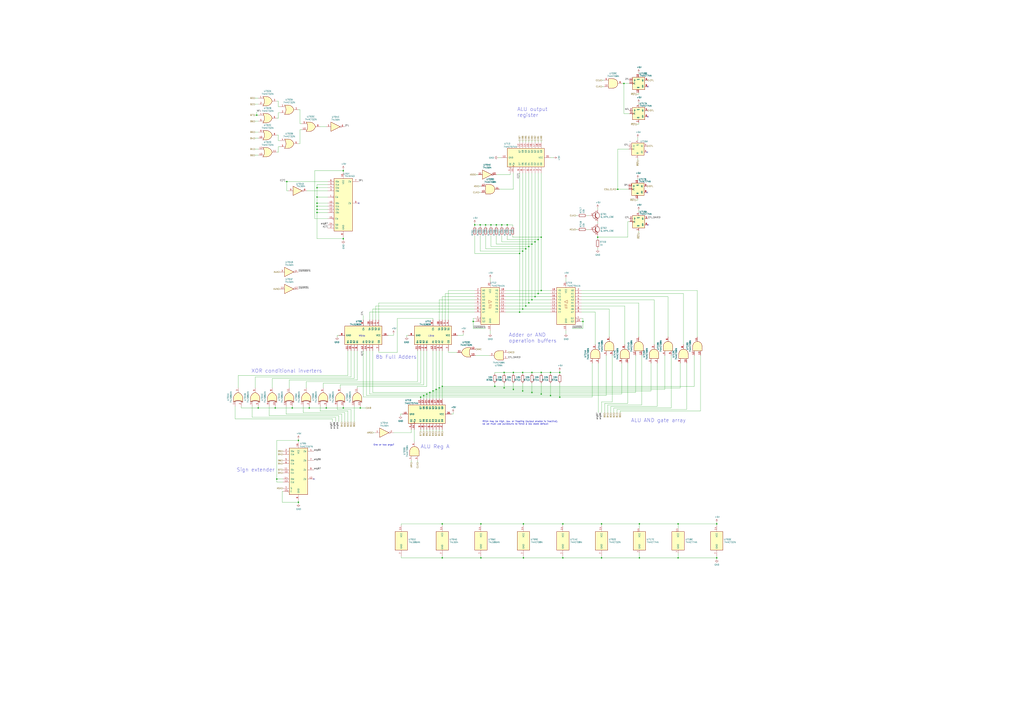
<source format=kicad_sch>
(kicad_sch (version 20211123) (generator eeschema)
  (paper "A1")
  (junction (at 444.5 323.85))
  (junction (at 421.64 306.07))
  (junction (at 525.145 458.47))
  (junction (at 490.855 194.945))
  (junction (at 588.645 458.47))
  (junction (at 295.91 335.28))
  (junction (at 434.34 248.92))
  (junction (at 525.145 430.53))
  (junction (at 394.97 430.53))
  (junction (at 254 335.28))
  (junction (at 412.115 184.785))
  (junction (at 494.03 458.47))
  (junction (at 281.94 196.215))
  (junction (at 441.96 241.3))
  (junction (at 421.64 320.04))
  (junction (at 281.94 140.335))
  (junction (at 389.89 184.785))
  (junction (at 394.97 458.47))
  (junction (at 429.895 458.47))
  (junction (at 416.56 184.785))
  (junction (at 360.68 318.77))
  (junction (at 494.03 430.53))
  (junction (at 414.02 306.07))
  (junction (at 429.26 254))
  (junction (at 439.42 243.84))
  (junction (at 414.02 318.77))
  (junction (at 235.585 149.225))
  (junction (at 358.14 320.04))
  (junction (at 240.03 335.28))
  (junction (at 556.895 458.47))
  (junction (at 226.06 335.28))
  (junction (at 260.35 161.925))
  (junction (at 478.79 264.16))
  (junction (at 431.8 251.46))
  (junction (at 426.72 256.54))
  (junction (at 512.445 68.58))
  (junction (at 267.97 335.28))
  (junction (at 260.35 172.085))
  (junction (at 444.5 238.76))
  (junction (at 436.88 200.66))
  (junction (at 462.28 458.47))
  (junction (at 429.26 321.31))
  (junction (at 350.52 323.85))
  (junction (at 459.74 306.07))
  (junction (at 281.94 335.28))
  (junction (at 212.09 335.28))
  (junction (at 459.74 326.39))
  (junction (at 426.72 208.28))
  (junction (at 260.35 169.545))
  (junction (at 462.28 430.53))
  (junction (at 436.88 306.07))
  (junction (at 436.88 246.38))
  (junction (at 403.225 184.785))
  (junction (at 355.6 321.31))
  (junction (at 452.12 325.12))
  (junction (at 439.42 198.755))
  (junction (at 260.35 174.625))
  (junction (at 353.06 322.58))
  (junction (at 260.35 167.005))
  (junction (at 431.8 204.47))
  (junction (at 398.78 184.785))
  (junction (at 436.88 322.58))
  (junction (at 394.335 184.785))
  (junction (at 452.12 306.07))
  (junction (at 556.895 430.53))
  (junction (at 347.98 325.12))
  (junction (at 363.22 317.5))
  (junction (at 588.645 430.53))
  (junction (at 441.96 196.85))
  (junction (at 345.44 326.39))
  (junction (at 388.62 264.16))
  (junction (at 363.22 458.47))
  (junction (at 434.34 202.565))
  (junction (at 227.33 393.7))
  (junction (at 245.11 412.75))
  (junction (at 507.365 155.575))
  (junction (at 429.895 430.53))
  (junction (at 363.22 430.53))
  (junction (at 429.26 206.375))
  (junction (at 210.82 94.615))
  (junction (at 407.67 184.785))
  (junction (at 260.35 154.305))
  (junction (at 444.5 194.945))
  (junction (at 406.4 317.5))
  (junction (at 429.26 306.07))
  (junction (at 245.11 361.95))
  (junction (at 444.5 306.07))
  (no_connect (at 532.13 95.885))
  (no_connect (at 532.13 71.12))
  (no_connect (at 257.81 393.7))
  (no_connect (at 532.13 184.785))
  (no_connect (at 531.495 125.095))
  (no_connect (at 294.64 167.005))
  (no_connect (at 531.495 158.115))
  (wire (pts (xy 501.65 334.01) (xy 501.65 339.09)))
  (wire (pts (xy 524.51 100.965) (xy 524.51 102.235)))
  (wire (pts (xy 240.03 334.01) (xy 240.03 335.28)))
  (wire (pts (xy 563.88 336.55) (xy 506.73 336.55)))
  (wire (pts (xy 360.68 246.38) (xy 389.89 246.38)))
  (wire (pts (xy 421.005 193.675) (xy 421.005 194.945)))
  (wire (pts (xy 245.11 412.75) (xy 245.11 411.48)))
  (wire (pts (xy 478.79 264.16) (xy 478.79 269.875)))
  (wire (pts (xy 523.875 114.935) (xy 523.875 113.03)))
  (wire (pts (xy 534.67 321.31) (xy 534.67 298.45)))
  (wire (pts (xy 281.94 335.28) (xy 295.91 335.28)))
  (wire (pts (xy 431.8 142.24) (xy 431.8 204.47)))
  (wire (pts (xy 269.24 151.765) (xy 260.35 151.765)))
  (wire (pts (xy 342.9 379.73) (xy 342.9 378.46)))
  (wire (pts (xy 251.46 318.77) (xy 251.46 313.69)))
  (wire (pts (xy 358.14 320.04) (xy 421.64 320.04)))
  (wire (pts (xy 363.22 317.5) (xy 406.4 317.5)))
  (wire (pts (xy 490.855 183.515) (xy 490.855 182.245)))
  (wire (pts (xy 394.335 186.055) (xy 394.335 184.785)))
  (wire (pts (xy 452.12 325.12) (xy 497.84 325.12)))
  (wire (pts (xy 588.645 458.47) (xy 588.645 459.74)))
  (wire (pts (xy 588.645 430.53) (xy 588.645 429.26)))
  (wire (pts (xy 228.6 120.65) (xy 229.87 120.65)))
  (wire (pts (xy 340.36 363.22) (xy 340.36 353.06)))
  (wire (pts (xy 198.12 335.28) (xy 212.09 335.28)))
  (wire (pts (xy 207.01 342.9) (xy 275.59 342.9)))
  (wire (pts (xy 254 335.28) (xy 267.97 335.28)))
  (wire (pts (xy 260.35 196.215) (xy 281.94 196.215)))
  (wire (pts (xy 260.35 172.085) (xy 260.35 174.625)))
  (wire (pts (xy 494.03 458.47) (xy 525.145 458.47)))
  (wire (pts (xy 237.49 318.77) (xy 237.49 312.42)))
  (wire (pts (xy 227.33 393.7) (xy 232.41 393.7)))
  (wire (pts (xy 231.775 412.75) (xy 245.11 412.75)))
  (wire (pts (xy 539.75 298.45) (xy 539.75 334.01)))
  (wire (pts (xy 220.98 334.01) (xy 220.98 341.63)))
  (wire (pts (xy 464.82 228.6) (xy 464.82 231.14)))
  (wire (pts (xy 398.78 204.47) (xy 431.8 204.47)))
  (wire (pts (xy 462.28 458.47) (xy 462.28 457.2)))
  (wire (pts (xy 429.26 206.375) (xy 429.26 254)))
  (wire (pts (xy 523.875 163.195) (xy 523.875 164.465)))
  (wire (pts (xy 245.11 414.02) (xy 245.11 412.75)))
  (wire (pts (xy 209.55 309.88) (xy 288.29 309.88)))
  (wire (pts (xy 462.28 458.47) (xy 494.03 458.47)))
  (wire (pts (xy 393.7 153.035) (xy 394.97 153.035)))
  (wire (pts (xy 228.6 111.125) (xy 228.6 115.57)))
  (wire (pts (xy 345.44 314.96) (xy 345.44 288.29)))
  (wire (pts (xy 588.645 430.53) (xy 588.645 431.8)))
  (wire (pts (xy 363.22 458.47) (xy 394.97 458.47)))
  (wire (pts (xy 407.67 186.055) (xy 407.67 184.785)))
  (wire (pts (xy 279.4 316.23) (xy 347.98 316.23)))
  (wire (pts (xy 462.28 430.53) (xy 494.03 430.53)))
  (wire (pts (xy 258.445 140.335) (xy 281.94 140.335)))
  (wire (pts (xy 234.95 334.01) (xy 234.95 340.36)))
  (wire (pts (xy 353.06 353.06) (xy 353.06 354.33)))
  (wire (pts (xy 524.51 191.135) (xy 524.51 189.865)))
  (wire (pts (xy 416.56 186.055) (xy 416.56 184.785)))
  (wire (pts (xy 269.24 154.305) (xy 260.35 154.305)))
  (wire (pts (xy 363.22 430.53) (xy 363.22 431.8)))
  (wire (pts (xy 279.4 318.77) (xy 279.4 316.23)))
  (wire (pts (xy 494.03 430.53) (xy 494.03 431.8)))
  (wire (pts (xy 329.565 430.53) (xy 363.22 430.53)))
  (wire (pts (xy 421.005 186.055) (xy 421.005 184.785)))
  (wire (pts (xy 414.02 318.77) (xy 558.8 318.77)))
  (wire (pts (xy 355.6 262.89) (xy 355.6 261.62)))
  (wire (pts (xy 507.365 122.555) (xy 507.365 155.575)))
  (wire (pts (xy 303.53 262.89) (xy 303.53 256.54)))
  (wire (pts (xy 527.05 332.74) (xy 499.11 332.74)))
  (wire (pts (xy 260.35 174.625) (xy 260.35 196.215)))
  (wire (pts (xy 497.84 325.12) (xy 497.84 292.1)))
  (wire (pts (xy 407.67 143.51) (xy 419.1 143.51)))
  (wire (pts (xy 402.59 228.6) (xy 402.59 231.14)))
  (wire (pts (xy 226.06 335.28) (xy 240.03 335.28)))
  (wire (pts (xy 323.215 274.32) (xy 323.215 275.59)))
  (wire (pts (xy 524.51 84.455) (xy 524.51 85.725)))
  (wire (pts (xy 415.29 238.76) (xy 444.5 238.76)))
  (wire (pts (xy 288.29 309.88) (xy 288.29 288.29)))
  (wire (pts (xy 414.02 307.34) (xy 414.02 306.07)))
  (wire (pts (xy 210.82 94.615) (xy 212.09 94.615)))
  (wire (pts (xy 368.3 289.56) (xy 368.3 288.29)))
  (wire (pts (xy 539.75 334.01) (xy 501.65 334.01)))
  (wire (pts (xy 260.35 169.545) (xy 260.35 172.085)))
  (wire (pts (xy 429.895 458.47) (xy 429.895 457.2)))
  (wire (pts (xy 246.38 106.68) (xy 247.65 106.68)))
  (wire (pts (xy 388.62 264.16) (xy 389.89 264.16)))
  (wire (pts (xy 246.38 118.11) (xy 246.38 106.68)))
  (wire (pts (xy 429.26 314.96) (xy 429.26 321.31)))
  (wire (pts (xy 363.22 458.47) (xy 363.22 457.2)))
  (wire (pts (xy 444.5 238.76) (xy 452.12 238.76)))
  (wire (pts (xy 537.21 283.21) (xy 537.21 246.38)))
  (wire (pts (xy 228.6 125.095) (xy 228.6 120.65)))
  (wire (pts (xy 436.88 200.66) (xy 436.88 246.38)))
  (wire (pts (xy 509.27 337.82) (xy 509.27 339.09)))
  (wire (pts (xy 495.935 71.12) (xy 494.665 71.12)))
  (wire (pts (xy 326.39 289.56) (xy 311.15 289.56)))
  (wire (pts (xy 415.29 248.92) (xy 434.34 248.92)))
  (wire (pts (xy 363.22 353.06) (xy 363.22 354.33)))
  (wire (pts (xy 389.89 208.28) (xy 426.72 208.28)))
  (wire (pts (xy 248.92 339.09) (xy 283.21 339.09)))
  (wire (pts (xy 375.285 289.56) (xy 368.3 289.56)))
  (wire (pts (xy 298.45 326.39) (xy 298.45 288.29)))
  (wire (pts (xy 209.55 318.77) (xy 209.55 309.88)))
  (wire (pts (xy 511.175 68.58) (xy 512.445 68.58)))
  (wire (pts (xy 388.62 261.62) (xy 388.62 264.16)))
  (wire (pts (xy 394.335 193.675) (xy 394.335 206.375)))
  (wire (pts (xy 462.28 430.53) (xy 462.28 431.8)))
  (wire (pts (xy 353.06 322.58) (xy 306.07 322.58)))
  (wire (pts (xy 389.89 184.785) (xy 389.89 183.515)))
  (wire (pts (xy 523.875 131.445) (xy 523.875 130.175)))
  (wire (pts (xy 290.83 311.15) (xy 290.83 288.29)))
  (wire (pts (xy 434.34 116.84) (xy 434.34 115.57)))
  (wire (pts (xy 421.005 194.945) (xy 444.5 194.945)))
  (wire (pts (xy 429.26 254) (xy 452.12 254)))
  (wire (pts (xy 293.37 312.42) (xy 293.37 288.29)))
  (wire (pts (xy 360.68 318.77) (xy 360.68 288.29)))
  (wire (pts (xy 234.95 340.36) (xy 280.67 340.36)))
  (wire (pts (xy 269.24 149.225) (xy 235.585 149.225)))
  (wire (pts (xy 210.82 92.075) (xy 210.82 94.615)))
  (wire (pts (xy 337.82 378.46) (xy 337.82 379.73)))
  (wire (pts (xy 416.56 184.785) (xy 412.115 184.785)))
  (wire (pts (xy 407.67 193.675) (xy 407.67 200.66)))
  (wire (pts (xy 246.38 101.6) (xy 247.65 101.6)))
  (wire (pts (xy 452.12 307.34) (xy 452.12 306.07)))
  (wire (pts (xy 402.59 271.78) (xy 402.59 274.32)))
  (wire (pts (xy 507.365 122.555) (xy 516.255 122.555)))
  (wire (pts (xy 524.51 172.72) (xy 524.51 174.625)))
  (wire (pts (xy 490.855 194.945) (xy 515.62 194.945)))
  (wire (pts (xy 303.53 323.85) (xy 303.53 288.29)))
  (wire (pts (xy 252.095 156.845) (xy 269.24 156.845)))
  (wire (pts (xy 502.92 292.1) (xy 502.92 330.2)))
  (wire (pts (xy 267.97 334.01) (xy 267.97 335.28)))
  (wire (pts (xy 499.11 332.74) (xy 499.11 339.09)))
  (wire (pts (xy 416.56 193.675) (xy 416.56 196.85)))
  (wire (pts (xy 209.55 85.725) (xy 212.09 85.725)))
  (wire (pts (xy 267.97 335.28) (xy 281.94 335.28)))
  (wire (pts (xy 439.42 142.24) (xy 439.42 198.755)))
  (wire (pts (xy 512.445 93.345) (xy 516.89 93.345)))
  (wire (pts (xy 262.89 337.82) (xy 285.75 337.82)))
  (wire (pts (xy 281.94 196.215) (xy 281.94 194.945)))
  (wire (pts (xy 415.29 243.84) (xy 439.42 243.84)))
  (wire (pts (xy 209.55 108.585) (xy 212.09 108.585)))
  (wire (pts (xy 556.895 458.47) (xy 588.645 458.47)))
  (wire (pts (xy 308.61 251.46) (xy 389.89 251.46)))
  (wire (pts (xy 355.6 321.31) (xy 355.6 288.29)))
  (wire (pts (xy 388.62 269.875) (xy 398.78 269.875)))
  (wire (pts (xy 512.445 68.58) (xy 512.445 93.345)))
  (wire (pts (xy 281.94 334.01) (xy 281.94 335.28)))
  (wire (pts (xy 563.88 298.45) (xy 563.88 336.55)))
  (wire (pts (xy 293.37 318.77) (xy 293.37 317.5)))
  (wire (pts (xy 365.76 262.89) (xy 365.76 241.3)))
  (wire (pts (xy 265.43 318.77) (xy 265.43 314.96)))
  (wire (pts (xy 491.49 298.45) (xy 491.49 339.09)))
  (wire (pts (xy 209.55 94.615) (xy 210.82 94.615)))
  (wire (pts (xy 523.24 77.47) (xy 524.51 77.47)))
  (wire (pts (xy 439.42 198.755) (xy 439.42 243.84)))
  (wire (pts (xy 368.3 262.89) (xy 368.3 238.76)))
  (wire (pts (xy 481.965 177.165) (xy 483.235 177.165)))
  (wire (pts (xy 502.92 330.2) (xy 494.03 330.2)))
  (wire (pts (xy 421.005 184.785) (xy 416.56 184.785)))
  (wire (pts (xy 419.1 143.51) (xy 419.1 142.24)))
  (wire (pts (xy 558.8 318.77) (xy 558.8 298.45)))
  (wire (pts (xy 372.11 340.36) (xy 372.11 339.09)))
  (wire (pts (xy 303.53 256.54) (xy 389.89 256.54)))
  (wire (pts (xy 572.77 276.86) (xy 572.77 238.76)))
  (wire (pts (xy 227.33 125.095) (xy 228.6 125.095)))
  (wire (pts (xy 426.72 142.24) (xy 426.72 208.28)))
  (wire (pts (xy 490.855 196.215) (xy 490.855 194.945)))
  (wire (pts (xy 358.14 327.66) (xy 358.14 320.04)))
  (wire (pts (xy 306.705 355.6) (xy 307.975 355.6)))
  (wire (pts (xy 280.67 340.36) (xy 280.67 346.71)))
  (wire (pts (xy 434.34 202.565) (xy 434.34 248.92)))
  (wire (pts (xy 444.5 306.07) (xy 436.88 306.07)))
  (wire (pts (xy 556.895 430.53) (xy 588.645 430.53)))
  (wire (pts (xy 254 334.01) (xy 254 335.28)))
  (wire (pts (xy 403.225 186.055) (xy 403.225 184.785)))
  (wire (pts (xy 306.07 262.89) (xy 306.07 254)))
  (wire (pts (xy 394.335 206.375) (xy 429.26 206.375)))
  (wire (pts (xy 363.22 430.53) (xy 394.97 430.53)))
  (wire (pts (xy 311.15 262.89) (xy 311.15 248.92)))
  (wire (pts (xy 513.08 251.46) (xy 477.52 251.46)))
  (wire (pts (xy 311.15 289.56) (xy 311.15 288.29)))
  (wire (pts (xy 363.22 243.84) (xy 389.89 243.84)))
  (wire (pts (xy 429.26 306.07) (xy 421.64 306.07)))
  (wire (pts (xy 269.24 167.005) (xy 260.35 167.005)))
  (wire (pts (xy 504.19 335.28) (xy 504.19 339.09)))
  (wire (pts (xy 330.2 340.36) (xy 328.93 340.36)))
  (wire (pts (xy 551.18 292.1) (xy 551.18 335.28)))
  (wire (pts (xy 391.16 143.51) (xy 392.43 143.51)))
  (wire (pts (xy 245.11 361.95) (xy 245.11 363.22)))
  (wire (pts (xy 283.21 339.09) (xy 283.21 346.71)))
  (wire (pts (xy 444.5 314.96) (xy 444.5 323.85)))
  (wire (pts (xy 478.79 264.16) (xy 477.52 264.16)))
  (wire (pts (xy 360.68 262.89) (xy 360.68 246.38)))
  (wire (pts (xy 350.52 327.66) (xy 350.52 323.85)))
  (wire (pts (xy 360.68 318.77) (xy 414.02 318.77)))
  (wire (pts (xy 412.115 198.755) (xy 439.42 198.755)))
  (wire (pts (xy 444.5 116.84) (xy 444.5 115.57)))
  (wire (pts (xy 207.01 334.01) (xy 207.01 342.9)))
  (wire (pts (xy 227.33 361.95) (xy 227.33 393.7)))
  (wire (pts (xy 415.29 251.46) (xy 431.8 251.46)))
  (wire (pts (xy 478.79 269.875) (xy 469.9 269.875)))
  (wire (pts (xy 335.28 275.59) (xy 334.01 275.59)))
  (wire (pts (xy 434.34 142.24) (xy 434.34 202.565)))
  (wire (pts (xy 452.12 129.54) (xy 454.66 129.54)))
  (wire (pts (xy 513.08 283.21) (xy 513.08 251.46)))
  (wire (pts (xy 414.02 314.96) (xy 414.02 318.77)))
  (wire (pts (xy 245.11 118.11) (xy 246.38 118.11)))
  (wire (pts (xy 548.64 276.86) (xy 548.64 243.84)))
  (wire (pts (xy 415.29 246.38) (xy 436.88 246.38)))
  (wire (pts (xy 556.895 430.53) (xy 556.895 434.34)))
  (wire (pts (xy 237.49 312.42) (xy 293.37 312.42)))
  (wire (pts (xy 474.345 188.595) (xy 473.075 188.595)))
  (wire (pts (xy 347.98 354.33) (xy 347.98 353.06)))
  (wire (pts (xy 488.95 283.21) (xy 488.95 256.54)))
  (wire (pts (xy 410.21 155.575) (xy 421.64 155.575)))
  (wire (pts (xy 429.895 458.47) (xy 462.28 458.47)))
  (wire (pts (xy 276.86 336.55) (xy 288.29 336.55)))
  (wire (pts (xy 235.585 149.225) (xy 234.315 149.225)))
  (wire (pts (xy 473.075 177.165) (xy 474.345 177.165)))
  (wire (pts (xy 370.84 340.36) (xy 372.11 340.36)))
  (wire (pts (xy 429.895 430.53) (xy 429.895 431.8)))
  (wire (pts (xy 398.78 184.785) (xy 398.78 186.055)))
  (wire (pts (xy 260.35 161.925) (xy 260.35 167.005)))
  (wire (pts (xy 228.6 83.185) (xy 228.6 87.63)))
  (wire (pts (xy 265.43 314.96) (xy 345.44 314.96)))
  (wire (pts (xy 281.94 197.485) (xy 281.94 196.215)))
  (wire (pts (xy 459.74 306.07) (xy 452.12 306.07)))
  (wire (pts (xy 444.5 142.24) (xy 444.5 194.945)))
  (wire (pts (xy 228.6 97.155) (xy 227.33 97.155)))
  (wire (pts (xy 389.89 193.675) (xy 389.89 208.28)))
  (wire (pts (xy 308.61 262.89) (xy 308.61 251.46)))
  (wire (pts (xy 561.34 241.3) (xy 477.52 241.3)))
  (wire (pts (xy 345.44 326.39) (xy 459.74 326.39)))
  (wire (pts (xy 260.35 167.005) (xy 260.35 169.545)))
  (wire (pts (xy 228.6 92.71) (xy 228.6 97.155)))
  (wire (pts (xy 394.97 430.53) (xy 394.97 431.8)))
  (wire (pts (xy 421.64 306.07) (xy 414.02 306.07)))
  (wire (pts (xy 522.605 164.465) (xy 523.875 164.465)))
  (wire (pts (xy 358.14 320.04) (xy 358.14 288.29)))
  (wire (pts (xy 355.6 353.06) (xy 355.6 354.33)))
  (wire (pts (xy 415.29 254) (xy 429.26 254)))
  (wire (pts (xy 431.8 115.57) (xy 431.8 116.84)))
  (wire (pts (xy 412.115 193.675) (xy 412.115 198.755)))
  (wire (pts (xy 293.37 317.5) (xy 350.52 317.5)))
  (wire (pts (xy 227.33 393.7) (xy 227.33 396.24)))
  (wire (pts (xy 436.88 116.84) (xy 436.88 115.57)))
  (wire (pts (xy 345.44 354.33) (xy 345.44 353.06)))
  (wire (pts (xy 273.05 344.17) (xy 273.05 346.71)))
  (wire (pts (xy 353.06 327.66) (xy 353.06 322.58)))
  (wire (pts (xy 429.26 321.31) (xy 534.67 321.31)))
  (wire (pts (xy 389.89 184.785) (xy 389.89 186.055)))
  (wire (pts (xy 506.095 155.575) (xy 507.365 155.575)))
  (wire (pts (xy 415.29 241.3) (xy 441.96 241.3)))
  (wire (pts (xy 444.5 323.85) (xy 510.54 323.85)))
  (wire (pts (xy 262.89 104.14) (xy 267.97 104.14)))
  (wire (pts (xy 588.645 458.47) (xy 588.645 457.2)))
  (wire (pts (xy 363.22 327.66) (xy 363.22 317.5)))
  (wire (pts (xy 572.77 238.76) (xy 477.52 238.76)))
  (wire (pts (xy 441.96 196.85) (xy 441.96 241.3)))
  (wire (pts (xy 227.33 396.24) (xy 232.41 396.24)))
  (wire (pts (xy 510.54 323.85) (xy 510.54 298.45)))
  (wire (pts (xy 245.11 360.68) (xy 245.11 361.95)))
  (wire (pts (xy 575.31 337.82) (xy 509.27 337.82)))
  (wire (pts (xy 328.93 341.63) (xy 328.93 340.36)))
  (wire (pts (xy 394.97 458.47) (xy 394.97 457.2)))
  (wire (pts (xy 406.4 314.96) (xy 406.4 317.5)))
  (wire (pts (xy 429.26 115.57) (xy 429.26 116.84)))
  (wire (pts (xy 412.115 184.785) (xy 407.67 184.785)))
  (wire (pts (xy 494.03 330.2) (xy 494.03 339.09)))
  (wire (pts (xy 345.44 326.39) (xy 298.45 326.39)))
  (wire (pts (xy 444.5 194.945) (xy 444.5 238.76)))
  (wire (pts (xy 228.6 87.63) (xy 229.87 87.63)))
  (wire (pts (xy 500.38 254) (xy 477.52 254)))
  (wire (pts (xy 269.24 179.705) (xy 258.445 179.705)))
  (wire (pts (xy 295.91 335.28) (xy 300.355 335.28)))
  (wire (pts (xy 235.585 156.845) (xy 236.855 156.845)))
  (wire (pts (xy 524.51 248.92) (xy 477.52 248.92)))
  (wire (pts (xy 329.565 430.53) (xy 329.565 431.8)))
  (wire (pts (xy 281.94 140.335) (xy 281.94 139.065)))
  (wire (pts (xy 355.6 321.31) (xy 429.26 321.31)))
  (wire (pts (xy 398.78 184.785) (xy 394.335 184.785)))
  (wire (pts (xy 198.12 334.01) (xy 198.12 335.28)))
  (wire (pts (xy 524.51 59.69) (xy 524.51 60.96)))
  (wire (pts (xy 295.91 334.01) (xy 295.91 335.28)))
  (wire (pts (xy 431.8 251.46) (xy 452.12 251.46)))
  (wire (pts (xy 329.565 458.47) (xy 363.22 458.47)))
  (wire (pts (xy 429.26 142.24) (xy 429.26 206.375)))
  (wire (pts (xy 360.68 353.06) (xy 360.68 354.33)))
  (wire (pts (xy 523.875 146.685) (xy 523.875 147.955)))
  (wire (pts (xy 228.6 83.185) (xy 227.33 83.185)))
  (wire (pts (xy 429.26 307.34) (xy 429.26 306.07)))
  (wire (pts (xy 459.74 307.34) (xy 459.74 306.07)))
  (wire (pts (xy 195.58 308.61) (xy 285.75 308.61)))
  (wire (pts (xy 436.88 314.96) (xy 436.88 322.58)))
  (wire (pts (xy 434.34 248.92) (xy 452.12 248.92)))
  (wire (pts (xy 478.79 261.62) (xy 478.79 264.16)))
  (wire (pts (xy 226.06 334.01) (xy 226.06 335.28)))
  (wire (pts (xy 524.51 76.2) (xy 524.51 77.47)))
  (wire (pts (xy 414.02 306.07) (xy 406.4 306.07)))
  (wire (pts (xy 245.11 90.17) (xy 246.38 90.17)))
  (wire (pts (xy 223.52 318.77) (xy 223.52 311.15)))
  (wire (pts (xy 551.18 335.28) (xy 504.19 335.28)))
  (wire (pts (xy 575.31 292.1) (xy 575.31 337.82)))
  (wire (pts (xy 260.35 151.765) (xy 260.35 154.305)))
  (wire (pts (xy 285.75 308.61) (xy 285.75 288.29)))
  (wire (pts (xy 269.24 161.925) (xy 260.35 161.925)))
  (wire (pts (xy 421.64 306.07) (xy 421.64 307.34)))
  (wire (pts (xy 516.89 68.58) (xy 512.445 68.58)))
  (wire (pts (xy 407.67 200.66) (xy 436.88 200.66)))
  (wire (pts (xy 524.51 276.86) (xy 524.51 248.92)))
  (wire (pts (xy 285.75 337.82) (xy 285.75 346.71)))
  (wire (pts (xy 521.97 322.58) (xy 521.97 292.1)))
  (wire (pts (xy 193.04 344.17) (xy 273.05 344.17)))
  (wire (pts (xy 231.775 403.86) (xy 231.775 412.75)))
  (wire (pts (xy 275.59 342.9) (xy 275.59 346.71)))
  (wire (pts (xy 306.07 322.58) (xy 306.07 288.29)))
  (wire (pts (xy 229.87 92.71) (xy 228.6 92.71)))
  (wire (pts (xy 390.525 292.1) (xy 401.955 292.1)))
  (wire (pts (xy 350.52 323.85) (xy 303.53 323.85)))
  (wire (pts (xy 365.76 241.3) (xy 389.89 241.3)))
  (wire (pts (xy 380.365 274.32) (xy 380.365 275.59)))
  (wire (pts (xy 269.24 172.085) (xy 260.35 172.085)))
  (wire (pts (xy 570.23 317.5) (xy 570.23 292.1)))
  (wire (pts (xy 421.64 320.04) (xy 546.1 320.04)))
  (wire (pts (xy 262.89 334.01) (xy 262.89 337.82)))
  (wire (pts (xy 406.4 317.5) (xy 570.23 317.5)))
  (wire (pts (xy 436.88 142.24) (xy 436.88 200.66)))
  (wire (pts (xy 486.41 326.39) (xy 486.41 298.45)))
  (wire (pts (xy 306.07 254) (xy 389.89 254)))
  (wire (pts (xy 394.97 458.47) (xy 429.895 458.47)))
  (wire (pts (xy 353.06 322.58) (xy 436.88 322.58)))
  (wire (pts (xy 548.64 243.84) (xy 477.52 243.84)))
  (wire (pts (xy 300.99 325.12) (xy 300.99 288.29)))
  (wire (pts (xy 288.29 336.55) (xy 288.29 346.71)))
  (wire (pts (xy 388.62 269.875) (xy 388.62 264.16)))
  (wire (pts (xy 212.09 335.28) (xy 226.06 335.28)))
  (wire (pts (xy 355.6 327.66) (xy 355.6 321.31)))
  (wire (pts (xy 347.98 325.12) (xy 300.99 325.12)))
  (wire (pts (xy 363.22 262.89) (xy 363.22 243.84)))
  (wire (pts (xy 426.72 208.28) (xy 426.72 256.54)))
  (wire (pts (xy 525.145 430.53) (xy 556.895 430.53)))
  (wire (pts (xy 246.38 90.17) (xy 246.38 101.6)))
  (wire (pts (xy 452.12 314.96) (xy 452.12 325.12)))
  (wire (pts (xy 515.62 331.47) (xy 496.57 331.47)))
  (wire (pts (xy 209.55 113.665) (xy 212.09 113.665)))
  (wire (pts (xy 323.215 355.6) (xy 337.82 355.6)))
  (wire (pts (xy 412.115 186.055) (xy 412.115 184.785)))
  (wire (pts (xy 459.74 306.07) (xy 459.74 304.8)))
  (wire (pts (xy 459.74 314.96) (xy 459.74 326.39)))
  (wire (pts (xy 546.1 320.04) (xy 546.1 292.1)))
  (wire (pts (xy 429.895 430.53) (xy 462.28 430.53)))
  (wire (pts (xy 347.98 316.23) (xy 347.98 288.29)))
  (wire (pts (xy 403.225 184.785) (xy 407.67 184.785)))
  (wire (pts (xy 360.68 327.66) (xy 360.68 318.77)))
  (wire (pts (xy 403.225 202.565) (xy 434.34 202.565)))
  (wire (pts (xy 223.52 311.15) (xy 290.83 311.15)))
  (wire (pts (xy 506.73 336.55) (xy 506.73 339.09)))
  (wire (pts (xy 358.14 353.06) (xy 358.14 354.33)))
  (wire (pts (xy 228.6 115.57) (xy 229.87 115.57)))
  (wire (pts (xy 507.365 155.575) (xy 516.255 155.575)))
  (wire (pts (xy 515.62 182.245) (xy 516.89 182.245)))
  (wire (pts (xy 248.92 334.01) (xy 248.92 339.09)))
  (wire (pts (xy 441.96 142.24) (xy 441.96 196.85)))
  (wire (pts (xy 444.5 307.34) (xy 444.5 306.07)))
  (wire (pts (xy 494.03 430.53) (xy 525.145 430.53)))
  (wire (pts (xy 232.41 403.86) (xy 231.775 403.86)))
  (wire (pts (xy 515.62 194.945) (xy 515.62 182.245)))
  (wire (pts (xy 436.88 306.07) (xy 429.26 306.07)))
  (wire (pts (xy 436.88 246.38) (xy 452.12 246.38)))
  (wire (pts (xy 537.21 246.38) (xy 477.52 246.38)))
  (wire (pts (xy 403.225 184.785) (xy 398.78 184.785)))
  (wire (pts (xy 276.86 334.01) (xy 276.86 336.55)))
  (wire (pts (xy 527.05 292.1) (xy 527.05 332.74)))
  (wire (pts (xy 318.77 275.59) (xy 323.215 275.59)))
  (wire (pts (xy 258.445 179.705) (xy 258.445 140.335)))
  (wire (pts (xy 209.55 122.555) (xy 212.09 122.555)))
  (wire (pts (xy 426.72 256.54) (xy 452.12 256.54)))
  (wire (pts (xy 251.46 313.69) (xy 342.9 313.69)))
  (wire (pts (xy 311.15 248.92) (xy 389.89 248.92)))
  (wire (pts (xy 278.13 341.63) (xy 278.13 346.71)))
  (wire (pts (xy 227.33 111.125) (xy 228.6 111.125)))
  (wire (pts (xy 298.45 262.89) (xy 298.45 259.08)))
  (wire (pts (xy 290.83 334.01) (xy 290.83 346.71)))
  (wire (pts (xy 368.3 238.76) (xy 389.89 238.76)))
  (wire (pts (xy 494.03 458.47) (xy 494.03 457.2)))
  (wire (pts (xy 408.94 129.54) (xy 411.48 129.54)))
  (wire (pts (xy 561.34 283.21) (xy 561.34 241.3)))
  (wire (pts (xy 525.145 430.53) (xy 525.145 434.34)))
  (wire (pts (xy 209.55 99.695) (xy 212.09 99.695)))
  (wire (pts (xy 212.09 334.01) (xy 212.09 335.28)))
  (wire (pts (xy 441.96 241.3) (xy 452.12 241.3)))
  (wire (pts (xy 329.565 458.47) (xy 329.565 457.2)))
  (wire (pts (xy 494.665 66.04) (xy 495.935 66.04)))
  (wire (pts (xy 337.82 353.06) (xy 337.82 355.6)))
  (wire (pts (xy 394.335 184.785) (xy 389.89 184.785)))
  (wire (pts (xy 342.9 313.69) (xy 342.9 288.29)))
  (wire (pts (xy 375.92 275.59) (xy 380.365 275.59)))
  (wire (pts (xy 195.58 318.77) (xy 195.58 308.61)))
  (wire (pts (xy 334.01 275.59) (xy 334.01 276.86)))
  (wire (pts (xy 556.895 454.66) (xy 556.895 458.47)))
  (wire (pts (xy 260.35 154.305) (xy 260.35 161.925)))
  (wire (pts (xy 398.78 193.675) (xy 398.78 204.47)))
  (wire (pts (xy 209.55 80.645) (xy 212.09 80.645)))
  (wire (pts (xy 464.82 271.78) (xy 464.82 274.32)))
  (wire (pts (xy 415.29 256.54) (xy 426.72 256.54)))
  (wire (pts (xy 452.12 306.07) (xy 444.5 306.07)))
  (wire (pts (xy 389.89 261.62) (xy 388.62 261.62)))
  (wire (pts (xy 276.86 275.59) (xy 276.86 276.86)))
  (wire (pts (xy 281.94 140.335) (xy 281.94 141.605)))
  (wire (pts (xy 240.03 335.28) (xy 254 335.28)))
  (wire (pts (xy 350.52 317.5) (xy 350.52 288.29)))
  (wire (pts (xy 345.44 327.66) (xy 345.44 326.39)))
  (wire (pts (xy 347.98 325.12) (xy 452.12 325.12)))
  (wire (pts (xy 459.74 326.39) (xy 486.41 326.39)))
  (wire (pts (xy 421.64 155.575) (xy 421.64 142.24)))
  (wire (pts (xy 235.585 156.845) (xy 235.585 149.225)))
  (wire (pts (xy 416.56 196.85) (xy 441.96 196.85)))
  (wire (pts (xy 350.52 323.85) (xy 444.5 323.85)))
  (wire (pts (xy 496.57 331.47) (xy 496.57 339.09)))
  (wire (pts (xy 525.145 458.47) (xy 556.895 458.47)))
  (wire (pts (xy 278.13 275.59) (xy 276.86 275.59)))
  (wire (pts (xy 441.96 116.84) (xy 441.96 115.57)))
  (wire (pts (xy 355.6 261.62) (xy 326.39 261.62)))
  (wire (pts (xy 525.145 454.66) (xy 525.145 458.47)))
  (wire (pts (xy 500.38 276.86) (xy 500.38 254)))
  (wire (pts (xy 394.97 430.53) (xy 429.895 430.53)))
  (wire (pts (xy 347.98 327.66) (xy 347.98 325.12)))
  (wire (pts (xy 426.72 115.57) (xy 426.72 116.84)))
  (wire (pts (xy 326.39 261.62) (xy 326.39 289.56)))
  (wire (pts (xy 477.52 261.62) (xy 478.79 261.62)))
  (wire (pts (xy 245.11 361.95) (xy 227.33 361.95)))
  (wire (pts (xy 439.42 116.84) (xy 439.42 115.57)))
  (wire (pts (xy 488.95 256.54) (xy 477.52 256.54)))
  (wire (pts (xy 431.8 204.47) (xy 431.8 251.46)))
  (wire (pts (xy 269.24 169.545) (xy 260.35 169.545)))
  (wire (pts (xy 439.42 243.84) (xy 452.12 243.84)))
  (wire (pts (xy 350.52 354.33) (xy 350.52 353.06)))
  (wire (pts (xy 421.64 314.96) (xy 421.64 320.04)))
  (wire (pts (xy 515.62 298.45) (xy 515.62 331.47)))
  (wire (pts (xy 436.88 322.58) (xy 521.97 322.58)))
  (wire (pts (xy 481.965 188.595) (xy 483.235 188.595)))
  (wire (pts (xy 490.855 205.105) (xy 490.855 203.835)))
  (wire (pts (xy 490.855 194.945) (xy 490.855 193.675)))
  (wire (pts (xy 403.225 193.675) (xy 403.225 202.565)))
  (wire (pts (xy 394.97 158.115) (xy 393.7 158.115)))
  (wire (pts (xy 523.24 102.235) (xy 524.51 102.235)))
  (wire (pts (xy 269.24 174.625) (xy 260.35 174.625)))
  (wire (pts (xy 406.4 306.07) (xy 406.4 307.34)))
  (wire (pts (xy 220.98 341.63) (xy 278.13 341.63)))
  (wire (pts (xy 209.55 127.635) (xy 212.09 127.635)))
  (wire (pts (xy 193.04 334.01) (xy 193.04 344.17)))
  (wire (pts (xy 363.22 317.5) (xy 363.22 288.29)))
  (wire (pts (xy 436.88 307.34) (xy 436.88 306.07)))
  (wire (pts (xy 490.855 170.815) (xy 490.855 172.085)))
  (text "REGA may be high, low, or floating (output enable is inactive), \nso we must use pulldowns to force a low state default" (at 396.24 349.25 0) (effects (font (size 1.27 1.27)) (justify left bottom)))
  (text "8b Full Adders" (at 308.61 295.275 0) (effects (font (size 2.9972 2.9972)) (justify left bottom)))
  (text "Adder or AND\noperation buffers" (at 417.83 281.94 0) (effects (font (size 2.9972 2.9972)) (justify left bottom)))
  (text "ALU output\nregister" (at 424.815 96.52 0) (effects (font (size 2.9972 2.9972)) (justify left bottom)))
  (text "ALU AND gate array" (at 563.245 347.345 180) (effects (font (size 2.9972 2.9972)) (justify right bottom)))
  (text "MS4b\n" (at 294.64 276.86 0) (effects (font (size 1.27 1.27)) (justify left bottom)))
  (text "XOR conditional inverters" (at 206.375 306.705 0) (effects (font (size 2.9972 2.9972)) (justify left bottom)))
  (text "LS4b\n" (at 351.79 276.86 0) (effects (font (size 1.27 1.27)) (justify left bottom)))
  (text "Sign extender" (at 194.31 387.985 0) (effects (font (size 2.9972 2.9972)) (justify left bottom)))
  (text "One or two args?" (at 306.705 366.395 0) (effects (font (size 1.27 1.27)) (justify left bottom)))
  (text "ALU Reg A" (at 345.44 368.935 0) (effects (font (size 2.9972 2.9972)) (justify left bottom)))
  (label "C[7]" (at 234.315 149.225 180))
  (label "OFL" (at 516.255 153.035 180))
  (label "~{UseAdders}" (at 398.78 269.875 180))
  (label "ZFL" (at 283.21 104.14 0))
  (label "A[7]" (at 298.45 288.29 270))
  (label "CFL" (at 516.89 179.705 180))
  (label "C[7]" (at 426.72 142.24 270))
  (label "CFL_SAVED" (at 532.13 179.705 0))
  (label "argB6" (at 494.03 339.09 270))
  (label "argB6" (at 257.81 378.46 0))
  (label "argB7" (at 273.05 346.71 270))
  (label "NFL" (at 210.82 92.075 0))
  (label "ZFL" (at 516.89 66.04 180))
  (label "~{UseANDs}" (at 469.9 269.875 0))
  (label "OFL" (at 294.64 149.225 0))
  (label "argB7" (at 269.24 184.785 180))
  (label "argB7" (at 491.49 339.09 270))
  (label "CFL_SAVED" (at 417.195 294.64 0))
  (label "A[7]" (at 269.24 187.325 180))
  (label "argB5" (at 278.13 346.71 270))
  (label "~{UseANDs}" (at 245.11 237.49 0))
  (label "~{UseAdders}" (at 245.11 223.52 0))
  (label "argB6" (at 275.59 346.71 270))
  (label "argB7" (at 257.81 386.08 0))
  (label "CFL" (at 516.255 120.015 180))
  (label "NFL" (at 516.89 90.805 180))
  (label "CFL" (at 298.45 259.08 90))
  (label "argB5" (at 257.81 370.84 0))
  (hierarchical_label "ASI" (shape input) (at 393.7 153.035 180))
  (hierarchical_label "CLK" (shape input) (at 473.075 177.165 180))
  (hierarchical_label "B5" (shape input) (at 232.41 370.84 180))
  (hierarchical_label "B5" (shape output) (at 431.8 115.57 90))
  (hierarchical_label "B4" (shape input) (at 232.41 388.62 180))
  (hierarchical_label "CSU_CLK" (shape input) (at 506.095 155.575 180))
  (hierarchical_label "AUA" (shape input) (at 229.87 223.52 180))
  (hierarchical_label "B3" (shape input) (at 209.55 80.645 180))
  (hierarchical_label "B7" (shape input) (at 232.41 386.08 180))
  (hierarchical_label "AIB" (shape input) (at 300.355 335.28 0))
  (hierarchical_label "B6" (shape input) (at 232.41 378.46 180))
  (hierarchical_label "B6" (shape output) (at 429.26 115.57 90))
  (hierarchical_label "B7" (shape input) (at 209.55 94.615 180))
  (hierarchical_label "B7" (shape input) (at 345.44 354.33 270))
  (hierarchical_label "CCU" (shape input) (at 494.665 66.04 180))
  (hierarchical_label "B1" (shape output) (at 441.96 115.57 90))
  (hierarchical_label "B6" (shape input) (at 209.55 99.695 180))
  (hierarchical_label "ASX" (shape input) (at 232.41 401.32 180))
  (hierarchical_label "~{RST}" (shape input) (at 524.51 191.135 270))
  (hierarchical_label "B4" (shape input) (at 353.06 354.33 270))
  (hierarchical_label "B1" (shape input) (at 288.29 346.71 270))
  (hierarchical_label "CFL" (shape output) (at 531.495 120.015 0))
  (hierarchical_label "AAC" (shape input) (at 390.525 287.02 0))
  (hierarchical_label "B4" (shape input) (at 232.41 373.38 180))
  (hierarchical_label "CLK" (shape input) (at 342.9 379.73 270))
  (hierarchical_label "B3" (shape output) (at 436.88 115.57 90))
  (hierarchical_label "B0" (shape input) (at 363.22 354.33 270))
  (hierarchical_label "CLK" (shape input) (at 393.7 158.115 180))
  (hierarchical_label "B3" (shape input) (at 501.65 339.09 270))
  (hierarchical_label "OFL" (shape output) (at 531.495 153.035 0))
  (hierarchical_label "B0" (shape input) (at 290.83 346.71 270))
  (hierarchical_label "B0" (shape output) (at 444.5 115.57 90))
  (hierarchical_label "B4" (shape input) (at 209.55 113.665 180))
  (hierarchical_label "SFL" (shape output) (at 532.13 90.805 0))
  (hierarchical_label "~{RST}" (shape input) (at 523.24 77.47 180))
  (hierarchical_label "B2" (shape input) (at 504.19 339.09 270))
  (hierarchical_label "B5" (shape input) (at 209.55 108.585 180))
  (hierarchical_label "B0" (shape input) (at 509.27 339.09 270))
  (hierarchical_label "AUN" (shape input) (at 229.87 237.49 180))
  (hierarchical_label "ARO" (shape input) (at 306.705 355.6 180))
  (hierarchical_label "ACU" (shape input) (at 473.075 188.595 180))
  (hierarchical_label "ZFL" (shape output) (at 532.13 66.04 0))
  (hierarchical_label "B1" (shape input) (at 360.68 354.33 270))
  (hierarchical_label "B4" (shape input) (at 232.41 381 180))
  (hierarchical_label "ACO" (shape input) (at 417.195 289.56 0))
  (hierarchical_label "~{RST}" (shape input) (at 522.605 164.465 180))
  (hierarchical_label "B4" (shape output) (at 434.34 115.57 90))
  (hierarchical_label "ARI" (shape input) (at 337.82 379.73 270))
  (hierarchical_label "B1" (shape input) (at 209.55 122.555 180))
  (hierarchical_label "B5" (shape input) (at 350.52 354.33 270))
  (hierarchical_label "CLK" (shape input) (at 494.665 71.12 180))
  (hierarchical_label "B6" (shape input) (at 347.98 354.33 270))
  (hierarchical_label "B2" (shape input) (at 209.55 85.725 180))
  (hierarchical_label "~{RST}" (shape input) (at 523.875 131.445 270))
  (hierarchical_label "B3" (shape input) (at 355.6 354.33 270))
  (hierarchical_label "B4" (shape input) (at 499.11 339.09 270))
  (hierarchical_label "B0" (shape input) (at 209.55 127.635 180))
  (hierarchical_label "B4" (shape input) (at 280.67 346.71 270))
  (hierarchical_label "B3" (shape input) (at 283.21 346.71 270))
  (hierarchical_label "B2" (shape input) (at 358.14 354.33 270))
  (hierarchical_label "B7" (shape output) (at 426.72 115.57 90))
  (hierarchical_label "~{RST}" (shape input) (at 523.24 102.235 180))
  (hierarchical_label "B2" (shape output) (at 439.42 115.57 90))
  (hierarchical_label "B5" (shape input) (at 496.57 339.09 270))
  (hierarchical_label "B2" (shape input) (at 285.75 346.71 270))
  (hierarchical_label "B1" (shape input) (at 506.73 339.09 270))
  (hierarchical_label "ASO" (shape input) (at 391.16 143.51 180))
  (symbol (lib_id "Breadboard_CPU-rescue:GND-power") (at 402.59 274.32 0) (unit 1)
    (property "Reference" "#PWR0713" (effects hide))
    (property "Value" "GND" (at 402.717 278.7142 0))
  )
  (symbol (lib_id "Breadboard_CPU-rescue:GND-power") (at 464.82 274.32 0) (unit 1)
    (property "Reference" "#PWR0718" (effects hide))
    (property "Value" "GND" (at 464.947 278.7142 0))
  )
  (symbol (lib_id "Breadboard_CPU-rescue:GND-power") (at 408.94 129.54 270) (unit 1)
    (property "Reference" "#PWR0714" (effects hide))
    (property "Value" "GND" (at 405.6888 129.667 90) (effects (justify right)))
  )
  (symbol (lib_id "Breadboard_CPU-rescue:74LS74-74xx") (at 523.875 155.575 0) (unit 2)
    (property "Reference" "U717" (at 527.685 147.32 0))
    (property "Value" "74HCT74N" (at 529.59 149.225 0))
    (property "Datasheet" "74xx/74hc_hct74.pdf" (effects hide))
  )
  (symbol (lib_id "Breadboard_CPU-rescue:74LS74-74xx") (at 524.51 93.345 0) (unit 1)
    (property "Reference" "U717" (at 528.32 85.09 0))
    (property "Value" "74HCT74N" (at 530.225 86.995 0))
    (property "Datasheet" "74xx/74hc_hct74.pdf" (effects hide))
  )
  (symbol (lib_id "Breadboard_CPU-rescue:74LS74-74xx") (at 525.145 444.5 0) (unit 3)
    (property "Reference" "U717" (at 530.987 443.3316 0) (effects (justify left)))
    (property "Value" "74HCT74N" (at 530.987 445.643 0) (effects (justify left)))
    (property "Datasheet" "74xx/74hc_hct74.pdf" (effects hide))
  )
  (symbol (lib_id "Breadboard_CPU-rescue:74LS74-74xx") (at 524.51 68.58 0) (unit 2)
    (property "Reference" "U718" (at 528.32 60.325 0))
    (property "Value" "74HCT74N" (at 530.225 62.23 0))
    (property "Datasheet" "74xx/74hc_hct74.pdf" (effects hide))
  )
  (symbol (lib_id "Breadboard_CPU-rescue:74LS74-74xx") (at 524.51 182.245 0) (unit 1)
    (property "Reference" "U718" (at 528.32 173.99 0))
    (property "Value" "74HCT74N" (at 530.225 175.895 0))
    (property "Datasheet" "74xx/74hc_hct74.pdf" (effects hide))
  )
  (symbol (lib_id "Breadboard_CPU-rescue:74LS74-74xx") (at 556.895 444.5 0) (unit 3)
    (property "Reference" "U718" (at 562.737 443.3316 0) (effects (justify left)))
    (property "Value" "74HCT74N" (at 562.737 445.643 0) (effects (justify left)))
    (property "Datasheet" "74xx/74hc_hct74.pdf" (effects hide))
  )
  (symbol (lib_id "Breadboard_CPU-rescue:74LS32-74xx") (at 382.905 289.56 0) (mirror y) (unit 4)
    (property "Reference" "U703" (at 382.905 281.305 0))
    (property "Value" "74HCT32N" (at 382.905 283.6164 0))
    (property "Datasheet" "http://www.ti.com/lit/gpn/sn74LS32" (effects hide))
  )
  (symbol (lib_id "Breadboard_CPU-rescue:R-Device") (at 459.74 311.15 180) (unit 1)
    (property "Reference" "R716" (at 457.962 312.3184 0) (effects (justify left)))
    (property "Value" "10k" (at 457.962 310.007 0) (effects (justify left)))
  )
  (symbol (lib_id "Breadboard_CPU-rescue:R-Device") (at 452.12 311.15 180) (unit 1)
    (property "Reference" "R715" (at 450.342 312.3184 0) (effects (justify left)))
    (property "Value" "10k" (at 450.342 310.007 0) (effects (justify left)))
  )
  (symbol (lib_id "Breadboard_CPU-rescue:R-Device") (at 444.5 311.15 180) (unit 1)
    (property "Reference" "R714" (at 442.722 312.3184 0) (effects (justify left)))
    (property "Value" "10k" (at 442.722 310.007 0) (effects (justify left)))
  )
  (symbol (lib_id "Breadboard_CPU-rescue:R-Device") (at 436.88 311.15 180) (unit 1)
    (property "Reference" "R713" (at 435.102 312.3184 0) (effects (justify left)))
    (property "Value" "10k" (at 435.102 310.007 0) (effects (justify left)))
  )
  (symbol (lib_id "Breadboard_CPU-rescue:R-Device") (at 429.26 311.15 180) (unit 1)
    (property "Reference" "R712" (at 427.482 312.3184 0) (effects (justify left)))
    (property "Value" "10k" (at 427.482 310.007 0) (effects (justify left)))
  )
  (symbol (lib_id "Breadboard_CPU-rescue:R-Device") (at 421.64 311.15 180) (unit 1)
    (property "Reference" "R711" (at 419.862 312.3184 0) (effects (justify left)))
    (property "Value" "10k" (at 419.862 310.007 0) (effects (justify left)))
  )
  (symbol (lib_id "Breadboard_CPU-rescue:R-Device") (at 414.02 311.15 180) (unit 1)
    (property "Reference" "R708" (at 412.242 312.3184 0) (effects (justify left)))
    (property "Value" "10k" (at 412.242 310.007 0) (effects (justify left)))
  )
  (symbol (lib_id "Breadboard_CPU-rescue:R-Device") (at 406.4 311.15 180) (unit 1)
    (property "Reference" "R705" (at 404.622 312.3184 0) (effects (justify left)))
    (property "Value" "10k" (at 404.622 310.007 0) (effects (justify left)))
  )
  (symbol (lib_id "Breadboard_CPU-rescue:74LS04-74xx") (at 315.595 355.6 0) (unit 1)
    (property "Reference" "U704" (at 315.595 347.5482 0))
    (property "Value" "74LS04" (at 315.595 349.8596 0))
    (property "Datasheet" "http://www.ti.com/lit/gpn/sn74LS04" (effects hide))
  )
  (symbol (lib_id "Breadboard_CPU-rescue:74LS04-74xx") (at 237.49 223.52 0) (unit 2)
    (property "Reference" "U704" (at 237.49 215.4682 0))
    (property "Value" "74LS04" (at 237.49 217.7796 0))
    (property "Datasheet" "http://www.ti.com/lit/gpn/sn74LS04" (effects hide))
  )
  (symbol (lib_id "Breadboard_CPU-rescue:74LS04-74xx") (at 275.59 104.14 0) (unit 3)
    (property "Reference" "U704" (at 275.59 96.0882 0))
    (property "Value" "74LS04" (at 275.59 98.3996 0))
    (property "Datasheet" "http://www.ti.com/lit/gpn/sn74LS04" (effects hide))
  )
  (symbol (lib_id "Breadboard_CPU-rescue:74LS04-74xx") (at 244.475 156.845 0) (unit 4)
    (property "Reference" "U704" (at 246.38 151.13 0))
    (property "Value" "74LS04" (at 247.015 153.035 0))
    (property "Datasheet" "http://www.ti.com/lit/gpn/sn74LS04" (effects hide))
  )
  (symbol (lib_id "Breadboard_CPU-rescue:74LS04-74xx") (at 363.22 444.5 0) (unit 7)
    (property "Reference" "U704" (at 369.062 443.3316 0) (effects (justify left)))
    (property "Value" "74LS04" (at 369.062 445.643 0) (effects (justify left)))
    (property "Datasheet" "http://www.ti.com/lit/gpn/sn74LS04" (effects hide))
  )
  (symbol (lib_id "Breadboard_CPU-rescue:Q_NPN_CBE-Device") (at 488.315 177.165 0) (unit 1)
    (property "Reference" "Q701" (at 493.1664 175.9966 0) (effects (justify left)))
    (property "Value" "Q_NPN_CBE" (at 493.1664 178.308 0) (effects (justify left)))
  )
  (symbol (lib_id "Breadboard_CPU-rescue:Q_NPN_CBE-Device") (at 488.315 188.595 0) (unit 1)
    (property "Reference" "Q702" (at 493.1664 187.4266 0) (effects (justify left)))
    (property "Value" "Q_NPN_CBE" (at 493.1664 189.738 0) (effects (justify left)))
  )
  (symbol (lib_id "Breadboard_CPU-rescue:R-Device") (at 490.855 200.025 0) (unit 1)
    (property "Reference" "R719" (at 492.633 198.8566 0) (effects (justify left)))
    (property "Value" "1k" (at 492.633 201.168 0) (effects (justify left)))
  )
  (symbol (lib_id "Breadboard_CPU-rescue:R-Device") (at 478.155 188.595 90) (unit 1)
    (property "Reference" "R718" (at 476.9866 186.817 0) (effects (justify left)))
    (property "Value" "10k" (at 479.298 186.817 0) (effects (justify left)))
  )
  (symbol (lib_id "Breadboard_CPU-rescue:R-Device") (at 478.155 177.165 90) (unit 1)
    (property "Reference" "R717" (at 476.9866 175.387 0) (effects (justify left)))
    (property "Value" "10k" (at 479.298 175.387 0) (effects (justify left)))
  )
  (symbol (lib_id "Breadboard_CPU-rescue:74LS157-74xx") (at 245.11 386.08 0) (unit 1)
    (property "Reference" "U705" (at 248.92 364.49 0))
    (property "Value" "74HCT157N" (at 251.46 367.03 0))
    (property "Datasheet" "http://www.ti.com/lit/gpn/sn74LS157" (effects hide))
  )
  (symbol (lib_id "Breadboard_CPU-rescue:GND-power") (at 490.855 205.105 0) (unit 1)
    (property "Reference" "#PWR0720" (effects hide))
    (property "Value" "GND" (at 490.982 209.4992 0))
  )
  (symbol (lib_id "Breadboard_CPU-rescue:74LS32-74xx") (at 219.71 83.185 0) (unit 1)
    (property "Reference" "U702" (at 219.71 74.93 0))
    (property "Value" "74HCT32N" (at 219.71 77.2414 0))
    (property "Datasheet" "http://www.ti.com/lit/gpn/sn74LS32" (effects hide))
  )
  (symbol (lib_id "Breadboard_CPU-rescue:74LS32-74xx") (at 219.71 97.155 0) (unit 2)
    (property "Reference" "U702" (at 219.71 88.9 0))
    (property "Value" "74HCT32N" (at 219.71 91.2114 0))
    (property "Datasheet" "http://www.ti.com/lit/gpn/sn74LS32" (effects hide))
  )
  (symbol (lib_id "Breadboard_CPU-rescue:74LS32-74xx") (at 219.71 111.125 0) (unit 3)
    (property "Reference" "U702" (at 219.71 102.87 0))
    (property "Value" "74HCT32N" (at 219.71 105.1814 0))
    (property "Datasheet" "http://www.ti.com/lit/gpn/sn74LS32" (effects hide))
  )
  (symbol (lib_id "Breadboard_CPU-rescue:74LS32-74xx") (at 219.71 125.095 0) (unit 4)
    (property "Reference" "U702" (at 219.71 116.84 0))
    (property "Value" "74HCT32N" (at 219.71 119.1514 0))
    (property "Datasheet" "http://www.ti.com/lit/gpn/sn74LS32" (effects hide))
  )
  (symbol (lib_id "Breadboard_CPU-rescue:74LS32-74xx") (at 588.645 444.5 0) (unit 5)
    (property "Reference" "U703" (at 594.487 443.3316 0) (effects (justify left)))
    (property "Value" "74HCT32N" (at 594.487 445.643 0) (effects (justify left)))
    (property "Datasheet" "http://www.ti.com/lit/gpn/sn74LS32" (effects hide))
  )
  (symbol (lib_id "Breadboard_CPU-rescue:GND-power") (at 588.645 459.74 0) (unit 1)
    (property "Reference" "#PWR0727" (effects hide))
    (property "Value" "GND" (at 588.772 464.1342 0))
  )
  (symbol (lib_id "Breadboard_CPU-rescue:GND-power") (at 245.11 414.02 0) (unit 1)
    (property "Reference" "#PWR0702" (effects hide))
    (property "Value" "GND" (at 245.237 418.4142 0))
  )
  (symbol (lib_id "Breadboard_CPU-rescue:74LS04-74xx") (at 400.05 143.51 0) (unit 5)
    (property "Reference" "U704" (at 400.05 135.4582 0))
    (property "Value" "74LS04" (at 400.05 137.7696 0))
    (property "Datasheet" "http://www.ti.com/lit/gpn/sn74LS04" (effects hide))
  )
  (symbol (lib_id "Breadboard_CPU-rescue:74LS32-74xx") (at 237.49 90.17 0) (unit 1)
    (property "Reference" "U703" (at 237.49 81.915 0))
    (property "Value" "74HCT32N" (at 237.49 84.2264 0))
    (property "Datasheet" "http://www.ti.com/lit/gpn/sn74LS32" (effects hide))
  )
  (symbol (lib_id "Breadboard_CPU-rescue:74LS32-74xx") (at 237.49 118.11 0) (unit 2)
    (property "Reference" "U703" (at 237.49 109.855 0))
    (property "Value" "74HCT32N" (at 237.49 112.1664 0))
    (property "Datasheet" "http://www.ti.com/lit/gpn/sn74LS32" (effects hide))
  )
  (symbol (lib_id "Breadboard_CPU-rescue:74LS32-74xx") (at 255.27 104.14 0) (unit 3)
    (property "Reference" "U703" (at 255.27 95.885 0))
    (property "Value" "74HCT32N" (at 255.27 98.1964 0))
    (property "Datasheet" "http://www.ti.com/lit/gpn/sn74LS32" (effects hide))
  )
  (symbol (lib_id "Breadboard_CPU-rescue:74LS283-74xx") (at 355.6 275.59 270) (mirror x) (unit 1)
    (property "Reference" "U711" (at 351.79 264.16 90))
    (property "Value" "74LS283N" (at 349.25 266.7 90))
    (property "Datasheet" "http://www.ti.com/lit/gpn/sn74LS283" (effects hide))
  )
  (symbol (lib_id "Breadboard_CPU-rescue:GND-power") (at 334.01 276.86 0) (mirror y) (unit 1)
    (property "Reference" "#PWR0708" (effects hide))
    (property "Value" "GND" (at 333.883 281.2542 0))
  )
  (symbol (lib_id "Breadboard_CPU-rescue:74LS283-74xx") (at 298.45 275.59 270) (mirror x) (unit 1)
    (property "Reference" "U708" (at 294.64 264.16 90))
    (property "Value" "74LS283N" (at 292.1 266.7 90))
    (property "Datasheet" "http://www.ti.com/lit/gpn/sn74LS283" (effects hide))
  )
  (symbol (lib_id "Breadboard_CPU-rescue:GND-power") (at 276.86 276.86 0) (mirror y) (unit 1)
    (property "Reference" "#PWR0703" (effects hide))
    (property "Value" "GND" (at 276.733 281.2542 0))
  )
  (symbol (lib_id "74xx:74HCT541") (at 402.59 251.46 0) (unit 1)
    (property "Reference" "U712" (at 405.13 232.41 0))
    (property "Value" "74HCT541N" (at 408.94 234.95 0))
    (property "Datasheet" "http://www.ti.com/lit/gpn/sn74HCT541" (effects hide))
  )
  (symbol (lib_id "74xx:74HCT541") (at 464.82 251.46 0) (mirror y) (unit 1)
    (property "Reference" "U715" (at 467.36 232.41 0))
    (property "Value" "74HCT541N" (at 471.17 234.95 0))
    (property "Datasheet" "http://www.ti.com/lit/gpn/sn74HCT541" (effects hide))
  )
  (symbol (lib_id "Breadboard_CPU-rescue:74HC86-74xx") (at 251.46 326.39 90) (unit 1)
    (property "Reference" "U706" (at 243.205 326.39 0))
    (property "Value" "74LS86AN" (at 245.5164 326.39 0))
    (property "Datasheet" "http://www.ti.com/lit/gpn/sn74HC86" (effects hide))
  )
  (symbol (lib_id "Breadboard_CPU-rescue:74HC86-74xx") (at 265.43 326.39 90) (unit 2)
    (property "Reference" "U706" (at 257.175 326.39 0))
    (property "Value" "74LS86AN" (at 259.4864 326.39 0))
    (property "Datasheet" "http://www.ti.com/lit/gpn/sn74HC86" (effects hide))
  )
  (symbol (lib_id "Breadboard_CPU-rescue:74HC86-74xx") (at 279.4 326.39 90) (unit 3)
    (property "Reference" "U706" (at 271.145 326.39 0))
    (property "Value" "74LS86AN" (at 273.4564 326.39 0))
    (property "Datasheet" "http://www.ti.com/lit/gpn/sn74HC86" (effects hide))
  )
  (symbol (lib_id "Breadboard_CPU-rescue:74HC86-74xx") (at 293.37 326.39 90) (unit 4)
    (property "Reference" "U706" (at 285.115 326.39 0))
    (property "Value" "74LS86AN" (at 287.4264 326.39 0))
    (property "Datasheet" "http://www.ti.com/lit/gpn/sn74HC86" (effects hide))
  )
  (symbol (lib_id "Breadboard_CPU-rescue:74HC86-74xx") (at 394.97 444.5 0) (unit 5)
    (property "Reference" "U706" (at 400.812 443.3316 0) (effects (justify left)))
    (property "Value" "74LS86AN" (at 400.812 445.643 0) (effects (justify left)))
    (property "Datasheet" "http://www.ti.com/lit/gpn/sn74HC86" (effects hide))
  )
  (symbol (lib_id "Breadboard_CPU-rescue:74HC86-74xx") (at 329.565 444.5 0) (unit 5)
    (property "Reference" "U701" (at 335.407 443.3316 0) (effects (justify left)))
    (property "Value" "74LS86AN" (at 335.407 445.643 0) (effects (justify left)))
    (property "Datasheet" "http://www.ti.com/lit/gpn/sn74HC86" (effects hide))
  )
  (symbol (lib_id "Breadboard_CPU-rescue:74HCT574-74xx") (at 350.52 340.36 270) (mirror x) (unit 1)
    (property "Reference" "U710" (at 335.28 328.93 90))
    (property "Value" "74HCT574N" (at 337.82 331.47 90))
    (property "Datasheet" "http://www.ti.com/lit/gpn/sn74HCT574" (effects hide))
  )
  (symbol (lib_id "Breadboard_CPU-rescue:74HC86-74xx") (at 195.58 326.39 90) (unit 1)
    (property "Reference" "U701" (at 187.325 326.39 0))
    (property "Value" "74LS86AN" (at 189.6364 326.39 0))
    (property "Datasheet" "http://www.ti.com/lit/gpn/sn74HC86" (effects hide))
  )
  (symbol (lib_id "Breadboard_CPU-rescue:74HC86-74xx") (at 209.55 326.39 90) (unit 2)
    (property "Reference" "U701" (at 201.295 326.39 0))
    (property "Value" "74LS86AN" (at 203.6064 326.39 0))
    (property "Datasheet" "http://www.ti.com/lit/gpn/sn74HC86" (effects hide))
  )
  (symbol (lib_id "Breadboard_CPU-rescue:74HC86-74xx") (at 223.52 326.39 90) (unit 3)
    (property "Reference" "U701" (at 215.265 326.39 0))
    (property "Value" "74LS86AN" (at 217.5764 326.39 0))
    (property "Datasheet" "http://www.ti.com/lit/gpn/sn74HC86" (effects hide))
  )
  (symbol (lib_id "Breadboard_CPU-rescue:74HC86-74xx") (at 237.49 326.39 90) (unit 4)
    (property "Reference" "U701" (at 229.235 326.39 0))
    (property "Value" "74LS86AN" (at 231.5464 326.39 0))
    (property "Datasheet" "http://www.ti.com/lit/gpn/sn74HC86" (effects hide))
  )
  (symbol (lib_id "Breadboard_CPU-rescue:74HCT574-74xx") (at 431.8 129.54 270) (mirror x) (unit 1)
    (property "Reference" "U713" (at 416.56 118.11 90))
    (property "Value" "74HCT574N" (at 419.1 120.65 90))
    (property "Datasheet" "http://www.ti.com/lit/gpn/sn74HCT574" (effects hide))
  )
  (symbol (lib_id "Breadboard_CPU-rescue:74LS08-74xx") (at 537.21 290.83 90) (unit 1)
    (property "Reference" "U719" (at 528.955 290.83 0))
    (property "Value" "74HCT08N" (at 531.2664 290.83 0))
    (property "Datasheet" "http://www.ti.com/lit/gpn/sn74LS08" (effects hide))
  )
  (symbol (lib_id "Breadboard_CPU-rescue:74LS08-74xx") (at 340.36 370.84 90) (unit 2)
    (property "Reference" "U709" (at 332.105 370.84 0))
    (property "Value" "74HCT08N" (at 334.4164 370.84 0))
    (property "Datasheet" "http://www.ti.com/lit/gpn/sn74LS08" (effects hide))
  )
  (symbol (lib_id "Breadboard_CPU-rescue:74LS08-74xx") (at 513.08 290.83 90) (unit 3)
    (property "Reference" "U714" (at 504.825 290.83 0))
    (property "Value" "74HCT08N" (at 507.1364 290.83 0))
    (property "Datasheet" "http://www.ti.com/lit/gpn/sn74LS08" (effects hide))
  )
  (symbol (lib_id "Breadboard_CPU-rescue:74LS08-74xx") (at 524.51 284.48 90) (unit 4)
    (property "Reference" "U714" (at 516.255 284.48 0))
    (property "Value" "74HCT08N" (at 518.5664 284.48 0))
    (property "Datasheet" "http://www.ti.com/lit/gpn/sn74LS08" (effects hide))
  )
  (symbol (lib_id "Breadboard_CPU-rescue:74LS08-74xx") (at 500.38 284.48 90) (unit 2)
    (property "Reference" "U714" (at 492.125 284.48 0))
    (property "Value" "74HCT08N" (at 494.4364 284.48 0))
    (property "Datasheet" "http://www.ti.com/lit/gpn/sn74LS08" (effects hide))
  )
  (symbol (lib_id "Breadboard_CPU-rescue:74LS08-74xx") (at 561.34 290.83 90) (unit 3)
    (property "Reference" "U719" (at 553.085 290.83 0))
    (property "Value" "74HCT08N" (at 555.3964 290.83 0))
    (property "Datasheet" "http://www.ti.com/lit/gpn/sn74LS08" (effects hide))
  )
  (symbol (lib_id "Breadboard_CPU-rescue:74LS08-74xx") (at 572.77 284.48 90) (unit 4)
    (property "Reference" "U719" (at 564.515 284.48 0))
    (property "Value" "74HCT08N" (at 566.8264 284.48 0))
    (property "Datasheet" "http://www.ti.com/lit/gpn/sn74LS08" (effects hide))
  )
  (symbol (lib_id "Breadboard_CPU-rescue:74LS08-74xx") (at 488.95 290.83 90) (unit 1)
    (property "Reference" "U714" (at 480.695 290.83 0))
    (property "Value" "74HCT08N" (at 483.0064 290.83 0))
    (property "Datasheet" "http://www.ti.com/lit/gpn/sn74LS08" (effects hide))
  )
  (symbol (lib_id "Breadboard_CPU-rescue:74LS08-74xx") (at 548.64 284.48 90) (unit 2)
    (property "Reference" "U719" (at 540.385 284.48 0))
    (property "Value" "74HCT08N" (at 542.6964 284.48 0))
    (property "Datasheet" "http://www.ti.com/lit/gpn/sn74LS08" (effects hide))
  )
  (symbol (lib_id "Breadboard_CPU-rescue:74LS08-74xx") (at 503.555 68.58 0) (unit 3)
    (property "Reference" "U709" (at 503.555 60.325 0))
    (property "Value" "74HCT08N" (at 503.555 62.6364 0))
    (property "Datasheet" "http://www.ti.com/lit/gpn/sn74LS08" (effects hide))
  )
  (symbol (lib_id "Breadboard_CPU-rescue:74LS08-74xx") (at 402.59 155.575 0) (unit 4)
    (property "Reference" "U709" (at 402.59 147.32 0))
    (property "Value" "74HCT08N" (at 402.59 149.6314 0))
    (property "Datasheet" "http://www.ti.com/lit/gpn/sn74LS08" (effects hide))
  )
  (symbol (lib_id "Breadboard_CPU-rescue:74LS08-74xx") (at 429.895 444.5 0) (unit 5)
    (property "Reference" "U709" (at 435.737 443.3316 0) (effects (justify left)))
    (property "Value" "74HCT08N" (at 435.737 445.643 0) (effects (justify left)))
    (property "Datasheet" "http://www.ti.com/lit/gpn/sn74LS08" (effects hide))
  )
  (symbol (lib_id "Breadboard_CPU-rescue:74LS08-74xx") (at 409.575 292.1 180) (unit 1)
    (property "Reference" "U709" (at 409.575 300.355 0))
    (property "Value" "74HCT08N" (at 409.575 298.0436 0))
    (property "Datasheet" "http://www.ti.com/lit/gpn/sn74LS08" (effects hide))
  )
  (symbol (lib_id "Breadboard_CPU-rescue:74LS08-74xx") (at 462.28 444.5 0) (unit 5)
    (property "Reference" "U714" (at 468.122 443.3316 0) (effects (justify left)))
    (property "Value" "74HCT08N" (at 468.122 445.643 0) (effects (justify left)))
    (property "Datasheet" "http://www.ti.com/lit/gpn/sn74LS08" (effects hide))
  )
  (symbol (lib_id "power:+5V") (at 523.875 146.685 0) (unit 1)
    (property "Reference" "#PWR0722" (effects hide))
    (property "Value" "+5V" (at 524.256 142.2908 0))
  )
  (symbol (lib_id "power:+5V") (at 524.51 59.69 0) (unit 1)
    (property "Reference" "#PWR0723" (effects hide))
    (property "Value" "+5V" (at 524.891 55.2958 0))
  )
  (symbol (lib_id "power:+5V") (at 524.51 84.455 0) (unit 1)
    (property "Reference" "#PWR0724" (effects hide))
    (property "Value" "+5V" (at 524.891 80.0608 0))
  )
  (symbol (lib_id "power:+5V") (at 523.875 113.03 0) (unit 1)
    (property "Reference" "#PWR0721" (effects hide))
    (property "Value" "+5V" (at 524.256 108.6358 0))
  )
  (symbol (lib_id "power:+5V") (at 524.51 172.72 0) (unit 1)
    (property "Reference" "#PWR0725" (effects hide))
    (property "Value" "+5V" (at 524.891 168.3258 0))
  )
  (symbol (lib_id "power:+5V") (at 402.59 228.6 0) (unit 1)
    (property "Reference" "#PWR0712" (effects hide))
    (property "Value" "+5V" (at 402.971 224.2058 0))
  )
  (symbol (lib_id "power:+5V") (at 464.82 228.6 0) (unit 1)
    (property "Reference" "#PWR0717" (effects hide))
    (property "Value" "+5V" (at 465.201 224.2058 0))
  )
  (symbol (lib_id "Breadboard_CPU-rescue:74LS32-74xx") (at 494.03 444.5 0) (unit 5)
    (property "Reference" "U702" (at 499.872 443.3316 0) (effects (justify left)))
    (property "Value" "74HCT32N" (at 499.872 445.643 0) (effects (justify left)))
    (property "Datasheet" "http://www.ti.com/lit/gpn/sn74LS32" (effects hide))
  )
  (symbol (lib_id "power:+5V") (at 454.66 129.54 270) (unit 1)
    (property "Reference" "#PWR0715" (effects hide))
    (property "Value" "+5V" (at 459.0542 129.921 0))
  )
  (symbol (lib_id "power:+5V") (at 281.94 139.065 0) (unit 1)
    (property "Reference" "#PWR0704" (effects hide))
    (property "Value" "+5V" (at 282.321 134.6708 0))
  )
  (symbol (lib_id "power:+5V") (at 323.215 274.32 0) (unit 1)
    (property "Reference" "#PWR0706" (effects hide))
    (property "Value" "+5V" (at 323.596 269.9258 0))
  )
  (symbol (lib_id "power:+5V") (at 380.365 274.32 0) (unit 1)
    (property "Reference" "#PWR0710" (effects hide))
    (property "Value" "+5V" (at 380.746 269.9258 0))
  )
  (symbol (lib_id "power:+5V") (at 372.11 339.09 0) (unit 1)
    (property "Reference" "#PWR0709" (effects hide))
    (property "Value" "+5V" (at 372.491 334.6958 0))
  )
  (symbol (lib_id "power:+5V") (at 245.11 360.68 0) (unit 1)
    (property "Reference" "#PWR0701" (effects hide))
    (property "Value" "+5V" (at 245.491 356.2858 0))
  )
  (symbol (lib_id "power:+5V") (at 588.645 429.26 0) (unit 1)
    (property "Reference" "#PWR0726" (effects hide))
    (property "Value" "+5V" (at 589.026 424.8658 0))
  )
  (symbol (lib_id "power:+5V") (at 490.855 170.815 0) (unit 1)
    (property "Reference" "#PWR0719" (effects hide))
    (property "Value" "+5V" (at 491.236 166.4208 0))
  )
  (symbol (lib_id "power:+5V") (at 389.89 183.515 0) (unit 1)
    (property "Reference" "#PWR0711" (effects hide))
    (property "Value" "+5V" (at 390.271 179.1208 0))
  )
  (symbol (lib_id "power:+5V") (at 459.74 304.8 0) (unit 1)
    (property "Reference" "#PWR0716" (effects hide))
    (property "Value" "+5V" (at 460.121 300.4058 0))
  )
  (symbol (lib_id "Breadboard_CPU-rescue:74LS153-74xx") (at 281.94 167.005 0) (unit 1)
    (property "Reference" "U707" (at 284.48 142.875 0))
    (property "Value" "74LS153" (at 287.02 144.78 0))
    (property "Datasheet" "http://www.ti.com/lit/gpn/sn74LS153" (effects hide))
  )
  (symbol (lib_id "Breadboard_CPU-rescue:R-Device") (at 389.89 189.865 180) (unit 1)
    (property "Reference" "R701" (at 387.985 188.595 90) (effects (justify left)))
    (property "Value" "10k" (at 389.89 187.96 90) (effects (justify left)))
  )
  (symbol (lib_id "Breadboard_CPU-rescue:R-Device") (at 394.335 189.865 180) (unit 1)
    (property "Reference" "R702" (at 392.43 188.595 90) (effects (justify left)))
    (property "Value" "10k" (at 394.335 187.96 90) (effects (justify left)))
  )
  (symbol (lib_id "Breadboard_CPU-rescue:R-Device") (at 398.78 189.865 180) (unit 1)
    (property "Reference" "R703" (at 396.875 188.595 90) (effects (justify left)))
    (property "Value" "10k" (at 398.78 187.96 90) (effects (justify left)))
  )
  (symbol (lib_id "Breadboard_CPU-rescue:R-Device") (at 403.225 189.865 180) (unit 1)
    (property "Reference" "R704" (at 401.32 188.595 90) (effects (justify left)))
    (property "Value" "10k" (at 403.225 187.96 90) (effects (justify left)))
  )
  (symbol (lib_id "Breadboard_CPU-rescue:R-Device") (at 407.67 189.865 180) (unit 1)
    (property "Reference" "R706" (at 405.765 188.595 90) (effects (justify left)))
    (property "Value" "10k" (at 407.67 187.96 90) (effects (justify left)))
  )
  (symbol (lib_id "Breadboard_CPU-rescue:R-Device") (at 412.115 189.865 180) (unit 1)
    (property "Reference" "R707" (at 410.21 188.595 90) (effects (justify left)))
    (property "Value" "10k" (at 412.115 187.96 90) (effects (justify left)))
  )
  (symbol (lib_id "Breadboard_CPU-rescue:R-Device") (at 416.56 189.865 180) (unit 1)
    (property "Reference" "R709" (at 414.655 188.595 90) (effects (justify left)))
    (property "Value" "10k" (at 416.56 187.96 90) (effects (justify left)))
  )
  (symbol (lib_id "Breadboard_CPU-rescue:R-Device") (at 421.005 189.865 180) (unit 1)
    (property "Reference" "R710" (at 419.1 188.595 90) (effects (justify left)))
    (property "Value" "10k" (at 421.005 187.96 90) (effects (justify left)))
  )
  (symbol (lib_id "Breadboard_CPU-rescue:GND-power") (at 328.93 341.63 0) (unit 1)
    (property "Reference" "#PWR0707" (effects hide))
    (property "Value" "GND" (at 329.057 346.0242 0))
  )
  (symbol (lib_id "Breadboard_CPU-rescue:74LS04-74xx") (at 237.49 237.49 0) (unit 6)
    (property "Reference" "U704" (at 237.49 229.4382 0))
    (property "Value" "74LS04" (at 237.49 231.7496 0))
    (property "Datasheet" "http://www.ti.com/lit/gpn/sn74LS04" (effects hide))
  )
  (symbol (lib_id "Breadboard_CPU-rescue:GND-power") (at 281.94 197.485 0) (unit 1)
    (property "Reference" "#PWR0705" (effects hide))
    (property "Value" "GND" (at 282.067 200.7362 90) (effects (justify right)))
  )
  (symbol (lib_id "Breadboard_CPU-rescue:74LS74-74xx") (at 523.875 122.555 0) (unit 1)
    (property "Reference" "U716" (at 528.955 116.205 0))
    (property "Value" "~" (at 517.525 116.205 0))
    (property "Datasheet" "74xx/74hc_hct74.pdf" (effects hide))
  )
)
</source>
